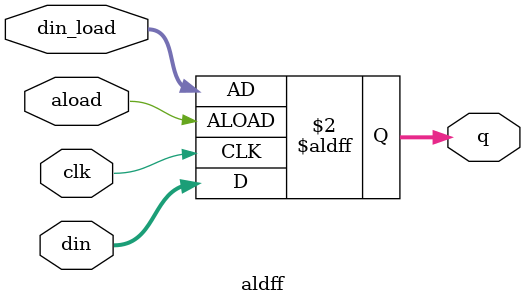
<source format=v>
module aldff(input clk, input aload, input [7:0] din_load, input [7:0] din, output [7:0] q);
  always @(negedge clk, posedge aload) begin 
    if (aload)
      q <= din_load;
    else
      q <= din;
  end
endmodule

</source>
